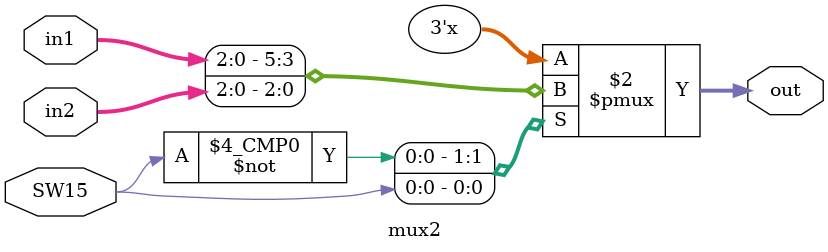
<source format=v>
`timescale 1ns / 1ps


module mux2(
    input [2:0] in1,  // 第一个输入
    input [2:0] in2,  // 第二个输入
    input SW15,       // 选择信号
    output reg [2:0] out  // 输出
    );
    
always @ (in1, in2, SW15) begin
    case (SW15) // 使用1位宽的选择信号作为case选择表达式
        1'b0: out = in1; // 当SW14是0
        1'b1: out = in2; // 当SW14是1
        default: out = 3'bxxx; // 不匹配的情况
    endcase
end

endmodule
</source>
